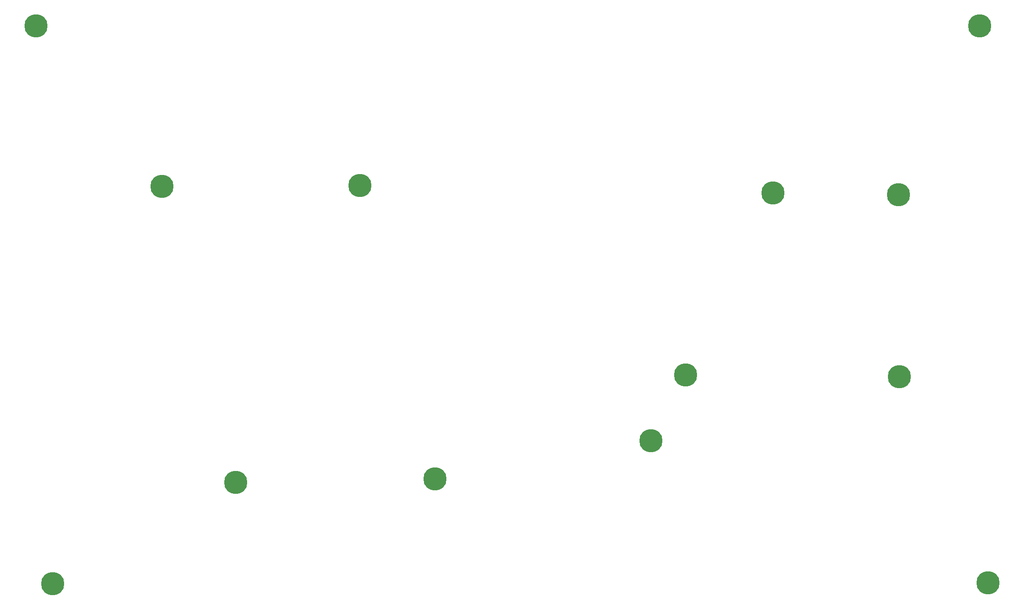
<source format=gbr>
%TF.GenerationSoftware,KiCad,Pcbnew,7.0.9*%
%TF.CreationDate,2024-01-14T19:22:03+01:00*%
%TF.ProjectId,right_plate,72696768-745f-4706-9c61-74652e6b6963,rev?*%
%TF.SameCoordinates,Original*%
%TF.FileFunction,Soldermask,Top*%
%TF.FilePolarity,Negative*%
%FSLAX46Y46*%
G04 Gerber Fmt 4.6, Leading zero omitted, Abs format (unit mm)*
G04 Created by KiCad (PCBNEW 7.0.9) date 2024-01-14 19:22:03*
%MOMM*%
%LPD*%
G01*
G04 APERTURE LIST*
%ADD10C,4.500000*%
G04 APERTURE END LIST*
D10*
%TO.C,H10*%
X72050000Y-76000000D03*
%TD*%
%TO.C,H9*%
X214150000Y-77650000D03*
%TD*%
%TO.C,H1*%
X124700000Y-132449999D03*
%TD*%
%TO.C,H2*%
X214300000Y-112800000D03*
%TD*%
%TO.C,H7*%
X231400000Y-152550000D03*
%TD*%
%TO.C,H6*%
X189900000Y-77250000D03*
%TD*%
%TO.C,H5*%
X86300000Y-133199999D03*
%TD*%
%TO.C,H11*%
X173050000Y-112450000D03*
%TD*%
%TO.C,H3*%
X47750000Y-45050000D03*
%TD*%
%TO.C,H8*%
X50950000Y-152750000D03*
%TD*%
%TO.C,H4*%
X166350000Y-125100000D03*
%TD*%
%TO.C,H13*%
X110250000Y-75850000D03*
%TD*%
%TO.C,H12*%
X229800000Y-45050000D03*
%TD*%
M02*

</source>
